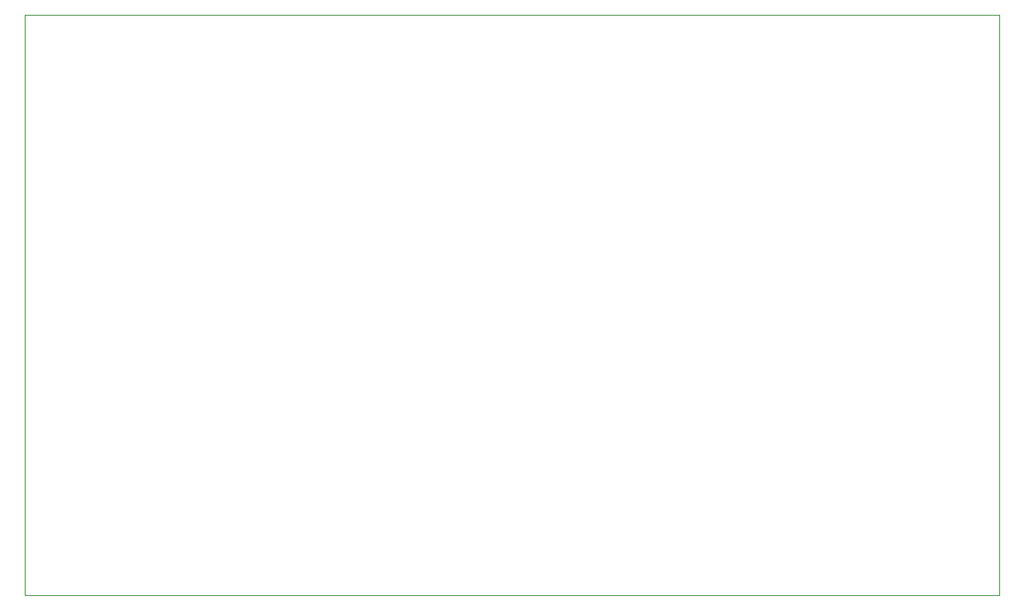
<source format=gbr>
%TF.GenerationSoftware,KiCad,Pcbnew,(6.0.0)*%
%TF.CreationDate,2022-08-29T21:40:36+01:00*%
%TF.ProjectId,Lynx amp Mini,4c796e78-2061-46d7-9020-4d696e692e6b,rev?*%
%TF.SameCoordinates,Original*%
%TF.FileFunction,Profile,NP*%
%FSLAX46Y46*%
G04 Gerber Fmt 4.6, Leading zero omitted, Abs format (unit mm)*
G04 Created by KiCad (PCBNEW (6.0.0)) date 2022-08-29 21:40:36*
%MOMM*%
%LPD*%
G01*
G04 APERTURE LIST*
%TA.AperFunction,Profile*%
%ADD10C,0.100000*%
%TD*%
G04 APERTURE END LIST*
D10*
X74855000Y-29740000D02*
X174855000Y-29740000D01*
X174855000Y-29740000D02*
X174855000Y-89310000D01*
X174855000Y-89310000D02*
X74855000Y-89310000D01*
X74855000Y-89310000D02*
X74855000Y-29740000D01*
M02*

</source>
